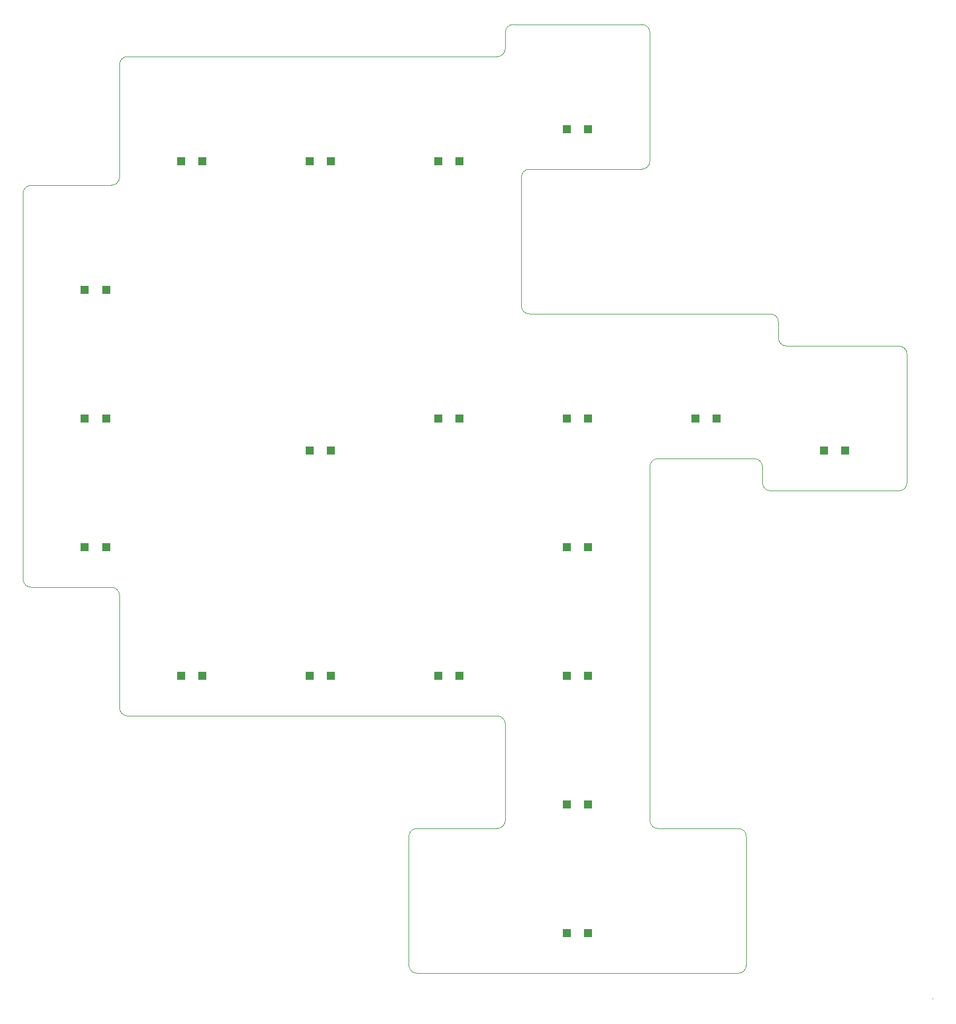
<source format=gbr>
G04 #@! TF.GenerationSoftware,KiCad,Pcbnew,(6.0.1)*
G04 #@! TF.CreationDate,2022-02-27T23:30:46-05:00*
G04 #@! TF.ProjectId,keyboard,6b657962-6f61-4726-942e-6b696361645f,rev?*
G04 #@! TF.SameCoordinates,Original*
G04 #@! TF.FileFunction,Paste,Top*
G04 #@! TF.FilePolarity,Positive*
%FSLAX46Y46*%
G04 Gerber Fmt 4.6, Leading zero omitted, Abs format (unit mm)*
G04 Created by KiCad (PCBNEW (6.0.1)) date 2022-02-27 23:30:46*
%MOMM*%
%LPD*%
G01*
G04 APERTURE LIST*
G04 #@! TA.AperFunction,Profile*
%ADD10C,0.100000*%
G04 #@! TD*
G04 #@! TA.AperFunction,Profile*
%ADD11C,0.200000*%
G04 #@! TD*
%ADD12R,1.200000X1.200000*%
G04 APERTURE END LIST*
D10*
X303609375Y-130968750D02*
X303609375Y-116681250D01*
X316706250Y-234553125D02*
X304800000Y-234553125D01*
X316706250Y-255984375D02*
G75*
G03*
X317896875Y-254793750I0J1190625D01*
G01*
X320278125Y-180975000D02*
X320278125Y-183356250D01*
X322659375Y-161925000D02*
G75*
G03*
X323850000Y-163115625I1190625J0D01*
G01*
X211931250Y-139303125D02*
G75*
G03*
X210740625Y-140493750I0J-1190625D01*
G01*
X284559375Y-157162500D02*
G75*
G03*
X285750000Y-158353125I1190625J0D01*
G01*
X303609375Y-233362500D02*
X303609375Y-180975000D01*
X242887500Y-120253125D02*
X280987500Y-120253125D01*
X280987500Y-120253125D02*
G75*
G03*
X282178125Y-119062500I0J1190625D01*
G01*
X304800000Y-179784375D02*
X319087500Y-179784375D01*
X282178125Y-219075000D02*
X282178125Y-233362500D01*
X317896875Y-254793750D02*
X317896875Y-235743750D01*
X226218750Y-217884375D02*
X280987500Y-217884375D01*
X341709375Y-183356250D02*
X341709375Y-178593750D01*
X303609375Y-233362500D02*
G75*
G03*
X304800000Y-234553125I1190625J0D01*
G01*
X284559375Y-141684375D02*
X284559375Y-138112500D01*
X225028125Y-200025000D02*
G75*
G03*
X223837500Y-198834375I-1190625J0D01*
G01*
X226218750Y-120253125D02*
X242887500Y-120253125D01*
X211931250Y-198834375D02*
X223837500Y-198834375D01*
X317896875Y-235743750D02*
G75*
G03*
X316706250Y-234553125I-1190625J0D01*
G01*
X210740625Y-197643750D02*
G75*
G03*
X211931250Y-198834375I1190625J0D01*
G01*
X225028125Y-216693750D02*
G75*
G03*
X226218750Y-217884375I1190625J0D01*
G01*
X302418750Y-136921875D02*
G75*
G03*
X303609375Y-135731250I0J1190625D01*
G01*
X304800000Y-179784375D02*
G75*
G03*
X303609375Y-180975000I0J-1190625D01*
G01*
X282178125Y-219075000D02*
G75*
G03*
X280987500Y-217884375I-1190625J0D01*
G01*
X280987500Y-234553125D02*
X269081250Y-234553125D01*
X225028125Y-121443750D02*
X225028125Y-138112500D01*
X285750000Y-136921875D02*
X302418750Y-136921875D01*
X341709375Y-164306250D02*
G75*
G03*
X340518750Y-163115625I-1190625J0D01*
G01*
X223837500Y-139303125D02*
G75*
G03*
X225028125Y-138112500I0J1190625D01*
G01*
X320278125Y-183356250D02*
G75*
G03*
X321468750Y-184546875I1190625J0D01*
G01*
X280987500Y-234553125D02*
G75*
G03*
X282178125Y-233362500I0J1190625D01*
G01*
X282178125Y-119062500D02*
X282178125Y-116681250D01*
X321468750Y-184546875D02*
X340518750Y-184546875D01*
X341709375Y-178593750D02*
X341709375Y-164306250D01*
X284559375Y-141684375D02*
X284559375Y-157162500D01*
D11*
X345518751Y-259793750D02*
G75*
G03*
X345518751Y-259793750I-1J0D01*
G01*
D10*
X269081250Y-255984375D02*
X316706250Y-255984375D01*
X322659375Y-161925000D02*
X322659375Y-159543750D01*
X267890625Y-254793750D02*
G75*
G03*
X269081250Y-255984375I1190625J0D01*
G01*
X226218750Y-120253125D02*
G75*
G03*
X225028125Y-121443750I0J-1190625D01*
G01*
X223837500Y-139303125D02*
X211931250Y-139303125D01*
X340518750Y-163115625D02*
X323850000Y-163115625D01*
X267890625Y-235743750D02*
X267890625Y-254793750D01*
X285750000Y-136921875D02*
G75*
G03*
X284559375Y-138112500I0J-1190625D01*
G01*
X303609375Y-135731250D02*
X303609375Y-130968750D01*
X225028125Y-200025000D02*
X225028125Y-216693750D01*
X303609375Y-116681250D02*
G75*
G03*
X302418750Y-115490625I-1190625J0D01*
G01*
X269081250Y-234553125D02*
G75*
G03*
X267890625Y-235743750I0J-1190625D01*
G01*
X340518750Y-184546875D02*
G75*
G03*
X341709375Y-183356250I0J1190625D01*
G01*
X283368750Y-115490625D02*
G75*
G03*
X282178125Y-116681250I0J-1190625D01*
G01*
X322659375Y-159543750D02*
G75*
G03*
X321468750Y-158353125I-1190625J0D01*
G01*
X320278125Y-180975000D02*
G75*
G03*
X319087500Y-179784375I-1190625J0D01*
G01*
X285750000Y-158353125D02*
X321468750Y-158353125D01*
X210740625Y-140493750D02*
X210740625Y-197643750D01*
X283368750Y-115490625D02*
X302418750Y-115490625D01*
D12*
X234168750Y-135731250D03*
X237318750Y-135731250D03*
X219881250Y-192881250D03*
X223031250Y-192881250D03*
X291318750Y-173831250D03*
X294468750Y-173831250D03*
X272268750Y-135731250D03*
X275418750Y-135731250D03*
X253218750Y-211931250D03*
X256368750Y-211931250D03*
X291318750Y-130968750D03*
X294468750Y-130968750D03*
X272268750Y-211931250D03*
X275418750Y-211931250D03*
X219881250Y-154781250D03*
X223031250Y-154781250D03*
X291318750Y-250031250D03*
X294468750Y-250031250D03*
X291318750Y-211931250D03*
X294468750Y-211931250D03*
X253218750Y-135731250D03*
X256368750Y-135731250D03*
X329418750Y-178593750D03*
X332568750Y-178593750D03*
X272268750Y-173831250D03*
X275418750Y-173831250D03*
X310368750Y-173831250D03*
X313518750Y-173831250D03*
X234168750Y-211931250D03*
X237318750Y-211931250D03*
X291318750Y-192881250D03*
X294468750Y-192881250D03*
X253218750Y-178593750D03*
X256368750Y-178593750D03*
X219881250Y-173831250D03*
X223031250Y-173831250D03*
X291318750Y-230981250D03*
X294468750Y-230981250D03*
M02*

</source>
